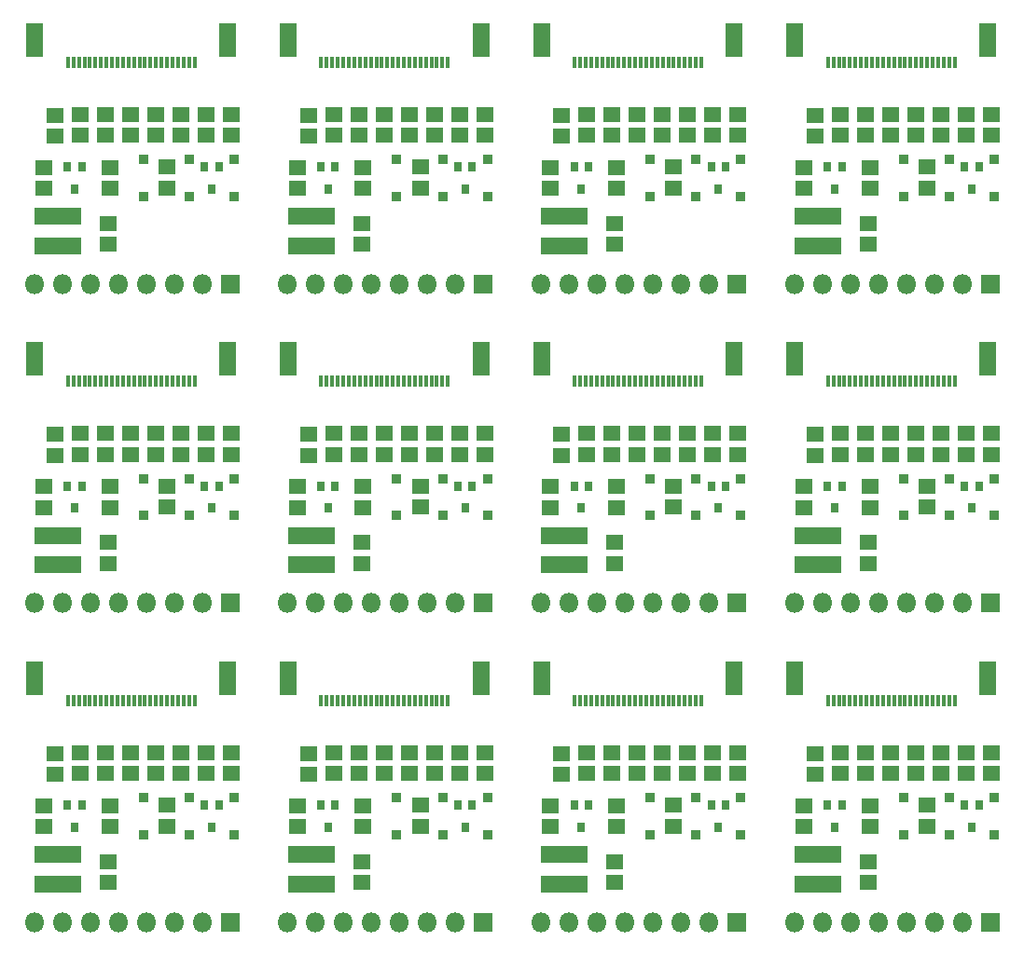
<source format=gts>
G04 #@! TF.GenerationSoftware,KiCad,Pcbnew,no-vcs-found-91ed3e2~59~ubuntu16.04.1*
G04 #@! TF.CreationDate,2017-12-14T12:11:24+01:00*
G04 #@! TF.ProjectId,ESP32-epaper-adapter-pan,45535033322D6570617065722D616461,rev?*
G04 #@! TF.SameCoordinates,Original*
G04 #@! TF.FileFunction,Soldermask,Top*
G04 #@! TF.FilePolarity,Negative*
%FSLAX46Y46*%
G04 Gerber Fmt 4.6, Leading zero omitted, Abs format (unit mm)*
G04 Created by KiCad (PCBNEW no-vcs-found-91ed3e2~59~ubuntu16.04.1) date Thu Dec 14 12:11:24 2017*
%MOMM*%
%LPD*%
G01*
G04 APERTURE LIST*
%ADD10R,0.950900X0.950900*%
%ADD11R,1.598600X1.400480*%
%ADD12R,0.699440X0.900100*%
%ADD13R,1.800000X1.800000*%
%ADD14O,1.800000X1.800000*%
%ADD15R,4.300000X1.600000*%
%ADD16R,0.369240X1.100760*%
%ADD17R,1.600000X3.100000*%
G04 APERTURE END LIST*
D10*
X85526000Y-169923860D03*
X85526000Y-166576140D03*
X89590000Y-169923860D03*
X89590000Y-166576140D03*
D11*
X72318000Y-169202500D03*
X72318000Y-167297500D03*
D12*
X86907760Y-167249240D03*
X87558000Y-169250760D03*
X88208240Y-167249240D03*
D11*
X78314000Y-167289500D03*
X78314000Y-169194500D03*
X89336000Y-164376500D03*
X89336000Y-162471500D03*
X84764000Y-162471500D03*
X84764000Y-164376500D03*
X80192000Y-164376500D03*
X80192000Y-162471500D03*
X77906000Y-162471500D03*
X77906000Y-164376500D03*
X75620000Y-164376500D03*
X75620000Y-162471500D03*
X73334000Y-162535000D03*
X73334000Y-164440000D03*
X87050000Y-164376500D03*
X87050000Y-162471500D03*
X82478000Y-164376500D03*
X82478000Y-162471500D03*
X83494000Y-169139000D03*
X83494000Y-167234000D03*
X78160000Y-174282500D03*
X78160000Y-172377500D03*
D13*
X89236000Y-177894000D03*
D14*
X86696000Y-177894000D03*
X84156000Y-177894000D03*
X81616000Y-177894000D03*
X79076000Y-177894000D03*
X76536000Y-177894000D03*
X73996000Y-177894000D03*
X71456000Y-177894000D03*
D15*
X73588000Y-174426000D03*
X73588000Y-171726000D03*
D16*
X74506000Y-157710000D03*
X75006000Y-157710000D03*
X75506000Y-157710000D03*
X76006000Y-157710000D03*
X76506000Y-157710000D03*
X77006000Y-157710000D03*
X77506000Y-157710000D03*
X78006000Y-157710000D03*
X78506000Y-157710000D03*
X79006000Y-157710000D03*
X79506000Y-157710000D03*
X80006000Y-157710000D03*
X80506000Y-157710000D03*
X81006000Y-157710000D03*
X81506000Y-157710000D03*
X82006000Y-157710000D03*
X82506000Y-157710000D03*
X83006000Y-157710000D03*
X83506000Y-157710000D03*
X84006000Y-157710000D03*
X84506000Y-157710000D03*
X85006000Y-157710000D03*
X85506000Y-157710000D03*
X86006000Y-157710000D03*
D17*
X89006000Y-155710000D03*
X71506000Y-155710000D03*
D10*
X81362000Y-166568140D03*
X81362000Y-169915860D03*
D12*
X75762240Y-167249240D03*
X75112000Y-169250760D03*
X74461760Y-167249240D03*
X97461760Y-167249240D03*
X98112000Y-169250760D03*
X98762240Y-167249240D03*
D10*
X104362000Y-169915860D03*
X104362000Y-166568140D03*
D17*
X94506000Y-155710000D03*
X112006000Y-155710000D03*
D16*
X109006000Y-157710000D03*
X108506000Y-157710000D03*
X108006000Y-157710000D03*
X107506000Y-157710000D03*
X107006000Y-157710000D03*
X106506000Y-157710000D03*
X106006000Y-157710000D03*
X105506000Y-157710000D03*
X105006000Y-157710000D03*
X104506000Y-157710000D03*
X104006000Y-157710000D03*
X103506000Y-157710000D03*
X103006000Y-157710000D03*
X102506000Y-157710000D03*
X102006000Y-157710000D03*
X101506000Y-157710000D03*
X101006000Y-157710000D03*
X100506000Y-157710000D03*
X100006000Y-157710000D03*
X99506000Y-157710000D03*
X99006000Y-157710000D03*
X98506000Y-157710000D03*
X98006000Y-157710000D03*
X97506000Y-157710000D03*
D15*
X96588000Y-171726000D03*
X96588000Y-174426000D03*
D14*
X94456000Y-177894000D03*
X96996000Y-177894000D03*
X99536000Y-177894000D03*
X102076000Y-177894000D03*
X104616000Y-177894000D03*
X107156000Y-177894000D03*
X109696000Y-177894000D03*
D13*
X112236000Y-177894000D03*
D11*
X101160000Y-172377500D03*
X101160000Y-174282500D03*
X106494000Y-167234000D03*
X106494000Y-169139000D03*
X105478000Y-162471500D03*
X105478000Y-164376500D03*
X110050000Y-162471500D03*
X110050000Y-164376500D03*
X96334000Y-164440000D03*
X96334000Y-162535000D03*
X98620000Y-162471500D03*
X98620000Y-164376500D03*
X100906000Y-164376500D03*
X100906000Y-162471500D03*
X103192000Y-162471500D03*
X103192000Y-164376500D03*
X107764000Y-164376500D03*
X107764000Y-162471500D03*
X112336000Y-162471500D03*
X112336000Y-164376500D03*
X101314000Y-169194500D03*
X101314000Y-167289500D03*
D12*
X111208240Y-167249240D03*
X110558000Y-169250760D03*
X109907760Y-167249240D03*
D11*
X95318000Y-167297500D03*
X95318000Y-169202500D03*
D10*
X112590000Y-166576140D03*
X112590000Y-169923860D03*
X108526000Y-166576140D03*
X108526000Y-169923860D03*
X62526000Y-169923860D03*
X62526000Y-166576140D03*
X66590000Y-169923860D03*
X66590000Y-166576140D03*
D11*
X49318000Y-169202500D03*
X49318000Y-167297500D03*
D12*
X63907760Y-167249240D03*
X64558000Y-169250760D03*
X65208240Y-167249240D03*
D11*
X55314000Y-167289500D03*
X55314000Y-169194500D03*
X66336000Y-164376500D03*
X66336000Y-162471500D03*
X61764000Y-162471500D03*
X61764000Y-164376500D03*
X57192000Y-164376500D03*
X57192000Y-162471500D03*
X54906000Y-162471500D03*
X54906000Y-164376500D03*
X52620000Y-164376500D03*
X52620000Y-162471500D03*
X50334000Y-162535000D03*
X50334000Y-164440000D03*
X64050000Y-164376500D03*
X64050000Y-162471500D03*
X59478000Y-164376500D03*
X59478000Y-162471500D03*
X60494000Y-169139000D03*
X60494000Y-167234000D03*
X55160000Y-174282500D03*
X55160000Y-172377500D03*
D13*
X66236000Y-177894000D03*
D14*
X63696000Y-177894000D03*
X61156000Y-177894000D03*
X58616000Y-177894000D03*
X56076000Y-177894000D03*
X53536000Y-177894000D03*
X50996000Y-177894000D03*
X48456000Y-177894000D03*
D15*
X50588000Y-174426000D03*
X50588000Y-171726000D03*
D16*
X51506000Y-157710000D03*
X52006000Y-157710000D03*
X52506000Y-157710000D03*
X53006000Y-157710000D03*
X53506000Y-157710000D03*
X54006000Y-157710000D03*
X54506000Y-157710000D03*
X55006000Y-157710000D03*
X55506000Y-157710000D03*
X56006000Y-157710000D03*
X56506000Y-157710000D03*
X57006000Y-157710000D03*
X57506000Y-157710000D03*
X58006000Y-157710000D03*
X58506000Y-157710000D03*
X59006000Y-157710000D03*
X59506000Y-157710000D03*
X60006000Y-157710000D03*
X60506000Y-157710000D03*
X61006000Y-157710000D03*
X61506000Y-157710000D03*
X62006000Y-157710000D03*
X62506000Y-157710000D03*
X63006000Y-157710000D03*
D17*
X66006000Y-155710000D03*
X48506000Y-155710000D03*
D10*
X58362000Y-166568140D03*
X58362000Y-169915860D03*
D12*
X52762240Y-167249240D03*
X52112000Y-169250760D03*
X51461760Y-167249240D03*
X28461760Y-167249240D03*
X29112000Y-169250760D03*
X29762240Y-167249240D03*
D10*
X35362000Y-169915860D03*
X35362000Y-166568140D03*
D17*
X25506000Y-155710000D03*
X43006000Y-155710000D03*
D16*
X40006000Y-157710000D03*
X39506000Y-157710000D03*
X39006000Y-157710000D03*
X38506000Y-157710000D03*
X38006000Y-157710000D03*
X37506000Y-157710000D03*
X37006000Y-157710000D03*
X36506000Y-157710000D03*
X36006000Y-157710000D03*
X35506000Y-157710000D03*
X35006000Y-157710000D03*
X34506000Y-157710000D03*
X34006000Y-157710000D03*
X33506000Y-157710000D03*
X33006000Y-157710000D03*
X32506000Y-157710000D03*
X32006000Y-157710000D03*
X31506000Y-157710000D03*
X31006000Y-157710000D03*
X30506000Y-157710000D03*
X30006000Y-157710000D03*
X29506000Y-157710000D03*
X29006000Y-157710000D03*
X28506000Y-157710000D03*
D15*
X27588000Y-171726000D03*
X27588000Y-174426000D03*
D14*
X25456000Y-177894000D03*
X27996000Y-177894000D03*
X30536000Y-177894000D03*
X33076000Y-177894000D03*
X35616000Y-177894000D03*
X38156000Y-177894000D03*
X40696000Y-177894000D03*
D13*
X43236000Y-177894000D03*
D11*
X32160000Y-172377500D03*
X32160000Y-174282500D03*
X37494000Y-167234000D03*
X37494000Y-169139000D03*
X36478000Y-162471500D03*
X36478000Y-164376500D03*
X41050000Y-162471500D03*
X41050000Y-164376500D03*
X27334000Y-164440000D03*
X27334000Y-162535000D03*
X29620000Y-162471500D03*
X29620000Y-164376500D03*
X31906000Y-164376500D03*
X31906000Y-162471500D03*
X34192000Y-162471500D03*
X34192000Y-164376500D03*
X38764000Y-164376500D03*
X38764000Y-162471500D03*
X43336000Y-162471500D03*
X43336000Y-164376500D03*
X32314000Y-169194500D03*
X32314000Y-167289500D03*
D12*
X42208240Y-167249240D03*
X41558000Y-169250760D03*
X40907760Y-167249240D03*
D11*
X26318000Y-167297500D03*
X26318000Y-169202500D03*
D10*
X43590000Y-166576140D03*
X43590000Y-169923860D03*
X39526000Y-166576140D03*
X39526000Y-169923860D03*
X85526000Y-140923860D03*
X85526000Y-137576140D03*
X89590000Y-140923860D03*
X89590000Y-137576140D03*
D11*
X72318000Y-140202500D03*
X72318000Y-138297500D03*
D12*
X86907760Y-138249240D03*
X87558000Y-140250760D03*
X88208240Y-138249240D03*
D11*
X78314000Y-138289500D03*
X78314000Y-140194500D03*
X89336000Y-135376500D03*
X89336000Y-133471500D03*
X84764000Y-133471500D03*
X84764000Y-135376500D03*
X80192000Y-135376500D03*
X80192000Y-133471500D03*
X77906000Y-133471500D03*
X77906000Y-135376500D03*
X75620000Y-135376500D03*
X75620000Y-133471500D03*
X73334000Y-133535000D03*
X73334000Y-135440000D03*
X87050000Y-135376500D03*
X87050000Y-133471500D03*
X82478000Y-135376500D03*
X82478000Y-133471500D03*
X83494000Y-140139000D03*
X83494000Y-138234000D03*
X78160000Y-145282500D03*
X78160000Y-143377500D03*
D13*
X89236000Y-148894000D03*
D14*
X86696000Y-148894000D03*
X84156000Y-148894000D03*
X81616000Y-148894000D03*
X79076000Y-148894000D03*
X76536000Y-148894000D03*
X73996000Y-148894000D03*
X71456000Y-148894000D03*
D15*
X73588000Y-145426000D03*
X73588000Y-142726000D03*
D16*
X74506000Y-128710000D03*
X75006000Y-128710000D03*
X75506000Y-128710000D03*
X76006000Y-128710000D03*
X76506000Y-128710000D03*
X77006000Y-128710000D03*
X77506000Y-128710000D03*
X78006000Y-128710000D03*
X78506000Y-128710000D03*
X79006000Y-128710000D03*
X79506000Y-128710000D03*
X80006000Y-128710000D03*
X80506000Y-128710000D03*
X81006000Y-128710000D03*
X81506000Y-128710000D03*
X82006000Y-128710000D03*
X82506000Y-128710000D03*
X83006000Y-128710000D03*
X83506000Y-128710000D03*
X84006000Y-128710000D03*
X84506000Y-128710000D03*
X85006000Y-128710000D03*
X85506000Y-128710000D03*
X86006000Y-128710000D03*
D17*
X89006000Y-126710000D03*
X71506000Y-126710000D03*
D10*
X81362000Y-137568140D03*
X81362000Y-140915860D03*
D12*
X75762240Y-138249240D03*
X75112000Y-140250760D03*
X74461760Y-138249240D03*
X97461760Y-138249240D03*
X98112000Y-140250760D03*
X98762240Y-138249240D03*
D10*
X104362000Y-140915860D03*
X104362000Y-137568140D03*
D17*
X94506000Y-126710000D03*
X112006000Y-126710000D03*
D16*
X109006000Y-128710000D03*
X108506000Y-128710000D03*
X108006000Y-128710000D03*
X107506000Y-128710000D03*
X107006000Y-128710000D03*
X106506000Y-128710000D03*
X106006000Y-128710000D03*
X105506000Y-128710000D03*
X105006000Y-128710000D03*
X104506000Y-128710000D03*
X104006000Y-128710000D03*
X103506000Y-128710000D03*
X103006000Y-128710000D03*
X102506000Y-128710000D03*
X102006000Y-128710000D03*
X101506000Y-128710000D03*
X101006000Y-128710000D03*
X100506000Y-128710000D03*
X100006000Y-128710000D03*
X99506000Y-128710000D03*
X99006000Y-128710000D03*
X98506000Y-128710000D03*
X98006000Y-128710000D03*
X97506000Y-128710000D03*
D15*
X96588000Y-142726000D03*
X96588000Y-145426000D03*
D14*
X94456000Y-148894000D03*
X96996000Y-148894000D03*
X99536000Y-148894000D03*
X102076000Y-148894000D03*
X104616000Y-148894000D03*
X107156000Y-148894000D03*
X109696000Y-148894000D03*
D13*
X112236000Y-148894000D03*
D11*
X101160000Y-143377500D03*
X101160000Y-145282500D03*
X106494000Y-138234000D03*
X106494000Y-140139000D03*
X105478000Y-133471500D03*
X105478000Y-135376500D03*
X110050000Y-133471500D03*
X110050000Y-135376500D03*
X96334000Y-135440000D03*
X96334000Y-133535000D03*
X98620000Y-133471500D03*
X98620000Y-135376500D03*
X100906000Y-135376500D03*
X100906000Y-133471500D03*
X103192000Y-133471500D03*
X103192000Y-135376500D03*
X107764000Y-135376500D03*
X107764000Y-133471500D03*
X112336000Y-133471500D03*
X112336000Y-135376500D03*
X101314000Y-140194500D03*
X101314000Y-138289500D03*
D12*
X111208240Y-138249240D03*
X110558000Y-140250760D03*
X109907760Y-138249240D03*
D11*
X95318000Y-138297500D03*
X95318000Y-140202500D03*
D10*
X112590000Y-137576140D03*
X112590000Y-140923860D03*
X108526000Y-137576140D03*
X108526000Y-140923860D03*
X62526000Y-140923860D03*
X62526000Y-137576140D03*
X66590000Y-140923860D03*
X66590000Y-137576140D03*
D11*
X49318000Y-140202500D03*
X49318000Y-138297500D03*
D12*
X63907760Y-138249240D03*
X64558000Y-140250760D03*
X65208240Y-138249240D03*
D11*
X55314000Y-138289500D03*
X55314000Y-140194500D03*
X66336000Y-135376500D03*
X66336000Y-133471500D03*
X61764000Y-133471500D03*
X61764000Y-135376500D03*
X57192000Y-135376500D03*
X57192000Y-133471500D03*
X54906000Y-133471500D03*
X54906000Y-135376500D03*
X52620000Y-135376500D03*
X52620000Y-133471500D03*
X50334000Y-133535000D03*
X50334000Y-135440000D03*
X64050000Y-135376500D03*
X64050000Y-133471500D03*
X59478000Y-135376500D03*
X59478000Y-133471500D03*
X60494000Y-140139000D03*
X60494000Y-138234000D03*
X55160000Y-145282500D03*
X55160000Y-143377500D03*
D13*
X66236000Y-148894000D03*
D14*
X63696000Y-148894000D03*
X61156000Y-148894000D03*
X58616000Y-148894000D03*
X56076000Y-148894000D03*
X53536000Y-148894000D03*
X50996000Y-148894000D03*
X48456000Y-148894000D03*
D15*
X50588000Y-145426000D03*
X50588000Y-142726000D03*
D16*
X51506000Y-128710000D03*
X52006000Y-128710000D03*
X52506000Y-128710000D03*
X53006000Y-128710000D03*
X53506000Y-128710000D03*
X54006000Y-128710000D03*
X54506000Y-128710000D03*
X55006000Y-128710000D03*
X55506000Y-128710000D03*
X56006000Y-128710000D03*
X56506000Y-128710000D03*
X57006000Y-128710000D03*
X57506000Y-128710000D03*
X58006000Y-128710000D03*
X58506000Y-128710000D03*
X59006000Y-128710000D03*
X59506000Y-128710000D03*
X60006000Y-128710000D03*
X60506000Y-128710000D03*
X61006000Y-128710000D03*
X61506000Y-128710000D03*
X62006000Y-128710000D03*
X62506000Y-128710000D03*
X63006000Y-128710000D03*
D17*
X66006000Y-126710000D03*
X48506000Y-126710000D03*
D10*
X58362000Y-137568140D03*
X58362000Y-140915860D03*
D12*
X52762240Y-138249240D03*
X52112000Y-140250760D03*
X51461760Y-138249240D03*
X28461760Y-138249240D03*
X29112000Y-140250760D03*
X29762240Y-138249240D03*
D10*
X35362000Y-140915860D03*
X35362000Y-137568140D03*
D17*
X25506000Y-126710000D03*
X43006000Y-126710000D03*
D16*
X40006000Y-128710000D03*
X39506000Y-128710000D03*
X39006000Y-128710000D03*
X38506000Y-128710000D03*
X38006000Y-128710000D03*
X37506000Y-128710000D03*
X37006000Y-128710000D03*
X36506000Y-128710000D03*
X36006000Y-128710000D03*
X35506000Y-128710000D03*
X35006000Y-128710000D03*
X34506000Y-128710000D03*
X34006000Y-128710000D03*
X33506000Y-128710000D03*
X33006000Y-128710000D03*
X32506000Y-128710000D03*
X32006000Y-128710000D03*
X31506000Y-128710000D03*
X31006000Y-128710000D03*
X30506000Y-128710000D03*
X30006000Y-128710000D03*
X29506000Y-128710000D03*
X29006000Y-128710000D03*
X28506000Y-128710000D03*
D15*
X27588000Y-142726000D03*
X27588000Y-145426000D03*
D14*
X25456000Y-148894000D03*
X27996000Y-148894000D03*
X30536000Y-148894000D03*
X33076000Y-148894000D03*
X35616000Y-148894000D03*
X38156000Y-148894000D03*
X40696000Y-148894000D03*
D13*
X43236000Y-148894000D03*
D11*
X32160000Y-143377500D03*
X32160000Y-145282500D03*
X37494000Y-138234000D03*
X37494000Y-140139000D03*
X36478000Y-133471500D03*
X36478000Y-135376500D03*
X41050000Y-133471500D03*
X41050000Y-135376500D03*
X27334000Y-135440000D03*
X27334000Y-133535000D03*
X29620000Y-133471500D03*
X29620000Y-135376500D03*
X31906000Y-135376500D03*
X31906000Y-133471500D03*
X34192000Y-133471500D03*
X34192000Y-135376500D03*
X38764000Y-135376500D03*
X38764000Y-133471500D03*
X43336000Y-133471500D03*
X43336000Y-135376500D03*
X32314000Y-140194500D03*
X32314000Y-138289500D03*
D12*
X42208240Y-138249240D03*
X41558000Y-140250760D03*
X40907760Y-138249240D03*
D11*
X26318000Y-138297500D03*
X26318000Y-140202500D03*
D10*
X43590000Y-137576140D03*
X43590000Y-140923860D03*
X39526000Y-137576140D03*
X39526000Y-140923860D03*
X85526000Y-111923860D03*
X85526000Y-108576140D03*
X89590000Y-111923860D03*
X89590000Y-108576140D03*
D11*
X72318000Y-111202500D03*
X72318000Y-109297500D03*
D12*
X86907760Y-109249240D03*
X87558000Y-111250760D03*
X88208240Y-109249240D03*
D11*
X78314000Y-109289500D03*
X78314000Y-111194500D03*
X89336000Y-106376500D03*
X89336000Y-104471500D03*
X84764000Y-104471500D03*
X84764000Y-106376500D03*
X80192000Y-106376500D03*
X80192000Y-104471500D03*
X77906000Y-104471500D03*
X77906000Y-106376500D03*
X75620000Y-106376500D03*
X75620000Y-104471500D03*
X73334000Y-104535000D03*
X73334000Y-106440000D03*
X87050000Y-106376500D03*
X87050000Y-104471500D03*
X82478000Y-106376500D03*
X82478000Y-104471500D03*
X83494000Y-111139000D03*
X83494000Y-109234000D03*
X78160000Y-116282500D03*
X78160000Y-114377500D03*
D13*
X89236000Y-119894000D03*
D14*
X86696000Y-119894000D03*
X84156000Y-119894000D03*
X81616000Y-119894000D03*
X79076000Y-119894000D03*
X76536000Y-119894000D03*
X73996000Y-119894000D03*
X71456000Y-119894000D03*
D15*
X73588000Y-116426000D03*
X73588000Y-113726000D03*
D16*
X74506000Y-99710000D03*
X75006000Y-99710000D03*
X75506000Y-99710000D03*
X76006000Y-99710000D03*
X76506000Y-99710000D03*
X77006000Y-99710000D03*
X77506000Y-99710000D03*
X78006000Y-99710000D03*
X78506000Y-99710000D03*
X79006000Y-99710000D03*
X79506000Y-99710000D03*
X80006000Y-99710000D03*
X80506000Y-99710000D03*
X81006000Y-99710000D03*
X81506000Y-99710000D03*
X82006000Y-99710000D03*
X82506000Y-99710000D03*
X83006000Y-99710000D03*
X83506000Y-99710000D03*
X84006000Y-99710000D03*
X84506000Y-99710000D03*
X85006000Y-99710000D03*
X85506000Y-99710000D03*
X86006000Y-99710000D03*
D17*
X89006000Y-97710000D03*
X71506000Y-97710000D03*
D10*
X81362000Y-108568140D03*
X81362000Y-111915860D03*
D12*
X75762240Y-109249240D03*
X75112000Y-111250760D03*
X74461760Y-109249240D03*
X97461760Y-109249240D03*
X98112000Y-111250760D03*
X98762240Y-109249240D03*
D10*
X104362000Y-111915860D03*
X104362000Y-108568140D03*
D17*
X94506000Y-97710000D03*
X112006000Y-97710000D03*
D16*
X109006000Y-99710000D03*
X108506000Y-99710000D03*
X108006000Y-99710000D03*
X107506000Y-99710000D03*
X107006000Y-99710000D03*
X106506000Y-99710000D03*
X106006000Y-99710000D03*
X105506000Y-99710000D03*
X105006000Y-99710000D03*
X104506000Y-99710000D03*
X104006000Y-99710000D03*
X103506000Y-99710000D03*
X103006000Y-99710000D03*
X102506000Y-99710000D03*
X102006000Y-99710000D03*
X101506000Y-99710000D03*
X101006000Y-99710000D03*
X100506000Y-99710000D03*
X100006000Y-99710000D03*
X99506000Y-99710000D03*
X99006000Y-99710000D03*
X98506000Y-99710000D03*
X98006000Y-99710000D03*
X97506000Y-99710000D03*
D15*
X96588000Y-113726000D03*
X96588000Y-116426000D03*
D14*
X94456000Y-119894000D03*
X96996000Y-119894000D03*
X99536000Y-119894000D03*
X102076000Y-119894000D03*
X104616000Y-119894000D03*
X107156000Y-119894000D03*
X109696000Y-119894000D03*
D13*
X112236000Y-119894000D03*
D11*
X101160000Y-114377500D03*
X101160000Y-116282500D03*
X106494000Y-109234000D03*
X106494000Y-111139000D03*
X105478000Y-104471500D03*
X105478000Y-106376500D03*
X110050000Y-104471500D03*
X110050000Y-106376500D03*
X96334000Y-106440000D03*
X96334000Y-104535000D03*
X98620000Y-104471500D03*
X98620000Y-106376500D03*
X100906000Y-106376500D03*
X100906000Y-104471500D03*
X103192000Y-104471500D03*
X103192000Y-106376500D03*
X107764000Y-106376500D03*
X107764000Y-104471500D03*
X112336000Y-104471500D03*
X112336000Y-106376500D03*
X101314000Y-111194500D03*
X101314000Y-109289500D03*
D12*
X111208240Y-109249240D03*
X110558000Y-111250760D03*
X109907760Y-109249240D03*
D11*
X95318000Y-109297500D03*
X95318000Y-111202500D03*
D10*
X112590000Y-108576140D03*
X112590000Y-111923860D03*
X108526000Y-108576140D03*
X108526000Y-111923860D03*
X62526000Y-111923860D03*
X62526000Y-108576140D03*
X66590000Y-111923860D03*
X66590000Y-108576140D03*
D11*
X49318000Y-111202500D03*
X49318000Y-109297500D03*
D12*
X63907760Y-109249240D03*
X64558000Y-111250760D03*
X65208240Y-109249240D03*
D11*
X55314000Y-109289500D03*
X55314000Y-111194500D03*
X66336000Y-106376500D03*
X66336000Y-104471500D03*
X61764000Y-104471500D03*
X61764000Y-106376500D03*
X57192000Y-106376500D03*
X57192000Y-104471500D03*
X54906000Y-104471500D03*
X54906000Y-106376500D03*
X52620000Y-106376500D03*
X52620000Y-104471500D03*
X50334000Y-104535000D03*
X50334000Y-106440000D03*
X64050000Y-106376500D03*
X64050000Y-104471500D03*
X59478000Y-106376500D03*
X59478000Y-104471500D03*
X60494000Y-111139000D03*
X60494000Y-109234000D03*
X55160000Y-116282500D03*
X55160000Y-114377500D03*
D13*
X66236000Y-119894000D03*
D14*
X63696000Y-119894000D03*
X61156000Y-119894000D03*
X58616000Y-119894000D03*
X56076000Y-119894000D03*
X53536000Y-119894000D03*
X50996000Y-119894000D03*
X48456000Y-119894000D03*
D15*
X50588000Y-116426000D03*
X50588000Y-113726000D03*
D16*
X51506000Y-99710000D03*
X52006000Y-99710000D03*
X52506000Y-99710000D03*
X53006000Y-99710000D03*
X53506000Y-99710000D03*
X54006000Y-99710000D03*
X54506000Y-99710000D03*
X55006000Y-99710000D03*
X55506000Y-99710000D03*
X56006000Y-99710000D03*
X56506000Y-99710000D03*
X57006000Y-99710000D03*
X57506000Y-99710000D03*
X58006000Y-99710000D03*
X58506000Y-99710000D03*
X59006000Y-99710000D03*
X59506000Y-99710000D03*
X60006000Y-99710000D03*
X60506000Y-99710000D03*
X61006000Y-99710000D03*
X61506000Y-99710000D03*
X62006000Y-99710000D03*
X62506000Y-99710000D03*
X63006000Y-99710000D03*
D17*
X66006000Y-97710000D03*
X48506000Y-97710000D03*
D10*
X58362000Y-108568140D03*
X58362000Y-111915860D03*
D12*
X52762240Y-109249240D03*
X52112000Y-111250760D03*
X51461760Y-109249240D03*
X28461760Y-109249240D03*
X29112000Y-111250760D03*
X29762240Y-109249240D03*
D10*
X35362000Y-111915860D03*
X35362000Y-108568140D03*
D17*
X25506000Y-97710000D03*
X43006000Y-97710000D03*
D16*
X40006000Y-99710000D03*
X39506000Y-99710000D03*
X39006000Y-99710000D03*
X38506000Y-99710000D03*
X38006000Y-99710000D03*
X37506000Y-99710000D03*
X37006000Y-99710000D03*
X36506000Y-99710000D03*
X36006000Y-99710000D03*
X35506000Y-99710000D03*
X35006000Y-99710000D03*
X34506000Y-99710000D03*
X34006000Y-99710000D03*
X33506000Y-99710000D03*
X33006000Y-99710000D03*
X32506000Y-99710000D03*
X32006000Y-99710000D03*
X31506000Y-99710000D03*
X31006000Y-99710000D03*
X30506000Y-99710000D03*
X30006000Y-99710000D03*
X29506000Y-99710000D03*
X29006000Y-99710000D03*
X28506000Y-99710000D03*
D15*
X27588000Y-113726000D03*
X27588000Y-116426000D03*
D14*
X25456000Y-119894000D03*
X27996000Y-119894000D03*
X30536000Y-119894000D03*
X33076000Y-119894000D03*
X35616000Y-119894000D03*
X38156000Y-119894000D03*
X40696000Y-119894000D03*
D13*
X43236000Y-119894000D03*
D11*
X32160000Y-114377500D03*
X32160000Y-116282500D03*
X37494000Y-109234000D03*
X37494000Y-111139000D03*
X36478000Y-104471500D03*
X36478000Y-106376500D03*
X41050000Y-104471500D03*
X41050000Y-106376500D03*
X27334000Y-106440000D03*
X27334000Y-104535000D03*
X29620000Y-104471500D03*
X29620000Y-106376500D03*
X31906000Y-106376500D03*
X31906000Y-104471500D03*
X34192000Y-104471500D03*
X34192000Y-106376500D03*
X38764000Y-106376500D03*
X38764000Y-104471500D03*
X43336000Y-104471500D03*
X43336000Y-106376500D03*
X32314000Y-111194500D03*
X32314000Y-109289500D03*
D12*
X42208240Y-109249240D03*
X41558000Y-111250760D03*
X40907760Y-109249240D03*
D11*
X26318000Y-109297500D03*
X26318000Y-111202500D03*
D10*
X43590000Y-108576140D03*
X43590000Y-111923860D03*
X39526000Y-108576140D03*
X39526000Y-111923860D03*
M02*

</source>
